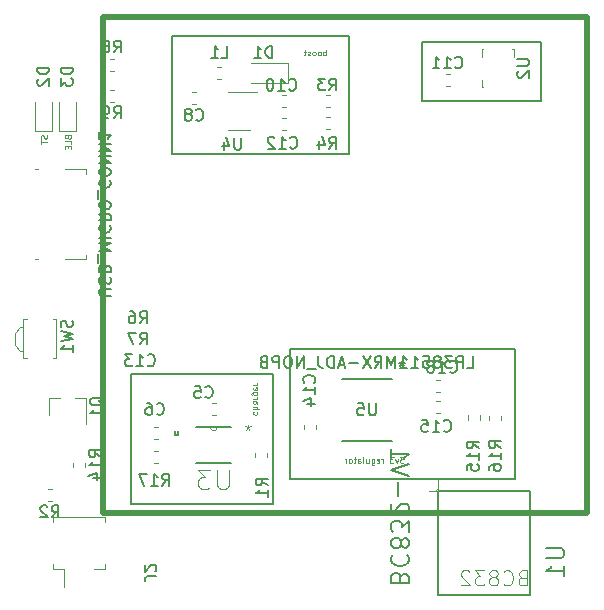
<source format=gbr>
G04 #@! TF.GenerationSoftware,KiCad,Pcbnew,5.0.2-bee76a0~70~ubuntu18.04.1*
G04 #@! TF.CreationDate,2020-07-09T21:56:47-07:00*
G04 #@! TF.ProjectId,light_thing_hw,6c696768-745f-4746-9869-6e675f68772e,rev?*
G04 #@! TF.SameCoordinates,Original*
G04 #@! TF.FileFunction,Legend,Bot*
G04 #@! TF.FilePolarity,Positive*
%FSLAX46Y46*%
G04 Gerber Fmt 4.6, Leading zero omitted, Abs format (unit mm)*
G04 Created by KiCad (PCBNEW 5.0.2-bee76a0~70~ubuntu18.04.1) date Thu 09 Jul 2020 09:56:47 PM PDT*
%MOMM*%
%LPD*%
G01*
G04 APERTURE LIST*
%ADD10C,0.100000*%
%ADD11C,0.200000*%
%ADD12C,0.125000*%
%ADD13C,0.500000*%
%ADD14C,0.120000*%
%ADD15C,0.127000*%
%ADD16C,0.152400*%
%ADD17C,0.150000*%
%ADD18C,0.101600*%
%ADD19C,0.015000*%
G04 APERTURE END LIST*
D10*
X126789023Y-90394488D02*
X126765213Y-90442107D01*
X126765213Y-90537345D01*
X126789023Y-90584964D01*
X126812832Y-90608774D01*
X126860451Y-90632583D01*
X127003308Y-90632583D01*
X127050927Y-90608774D01*
X127074737Y-90584964D01*
X127098546Y-90537345D01*
X127098546Y-90442107D01*
X127074737Y-90394488D01*
X126765213Y-90180202D02*
X127265213Y-90180202D01*
X126765213Y-89965916D02*
X127027118Y-89965916D01*
X127074737Y-89989726D01*
X127098546Y-90037345D01*
X127098546Y-90108774D01*
X127074737Y-90156393D01*
X127050927Y-90180202D01*
X126765213Y-89513535D02*
X127027118Y-89513535D01*
X127074737Y-89537345D01*
X127098546Y-89584964D01*
X127098546Y-89680202D01*
X127074737Y-89727821D01*
X126789023Y-89513535D02*
X126765213Y-89561155D01*
X126765213Y-89680202D01*
X126789023Y-89727821D01*
X126836642Y-89751631D01*
X126884261Y-89751631D01*
X126931880Y-89727821D01*
X126955689Y-89680202D01*
X126955689Y-89561155D01*
X126979499Y-89513535D01*
X126765213Y-89275440D02*
X127098546Y-89275440D01*
X127003308Y-89275440D02*
X127050927Y-89251631D01*
X127074737Y-89227821D01*
X127098546Y-89180202D01*
X127098546Y-89132583D01*
X127098546Y-88751631D02*
X126693784Y-88751631D01*
X126646165Y-88775440D01*
X126622356Y-88799250D01*
X126598546Y-88846869D01*
X126598546Y-88918297D01*
X126622356Y-88965916D01*
X126789023Y-88751631D02*
X126765213Y-88799250D01*
X126765213Y-88894488D01*
X126789023Y-88942107D01*
X126812832Y-88965916D01*
X126860451Y-88989726D01*
X127003308Y-88989726D01*
X127050927Y-88965916D01*
X127074737Y-88942107D01*
X127098546Y-88894488D01*
X127098546Y-88799250D01*
X127074737Y-88751631D01*
X126789023Y-88323059D02*
X126765213Y-88370678D01*
X126765213Y-88465916D01*
X126789023Y-88513535D01*
X126836642Y-88537345D01*
X127027118Y-88537345D01*
X127074737Y-88513535D01*
X127098546Y-88465916D01*
X127098546Y-88370678D01*
X127074737Y-88323059D01*
X127027118Y-88299250D01*
X126979499Y-88299250D01*
X126931880Y-88537345D01*
X126765213Y-88084964D02*
X127098546Y-88084964D01*
X127003308Y-88084964D02*
X127050927Y-88061155D01*
X127074737Y-88037345D01*
X127098546Y-87989726D01*
X127098546Y-87942107D01*
X132904761Y-60226190D02*
X132904761Y-59726190D01*
X132904761Y-59916666D02*
X132857142Y-59892857D01*
X132761904Y-59892857D01*
X132714285Y-59916666D01*
X132690476Y-59940476D01*
X132666666Y-59988095D01*
X132666666Y-60130952D01*
X132690476Y-60178571D01*
X132714285Y-60202380D01*
X132761904Y-60226190D01*
X132857142Y-60226190D01*
X132904761Y-60202380D01*
X132380952Y-60226190D02*
X132428571Y-60202380D01*
X132452380Y-60178571D01*
X132476190Y-60130952D01*
X132476190Y-59988095D01*
X132452380Y-59940476D01*
X132428571Y-59916666D01*
X132380952Y-59892857D01*
X132309523Y-59892857D01*
X132261904Y-59916666D01*
X132238095Y-59940476D01*
X132214285Y-59988095D01*
X132214285Y-60130952D01*
X132238095Y-60178571D01*
X132261904Y-60202380D01*
X132309523Y-60226190D01*
X132380952Y-60226190D01*
X131928571Y-60226190D02*
X131976190Y-60202380D01*
X132000000Y-60178571D01*
X132023809Y-60130952D01*
X132023809Y-59988095D01*
X132000000Y-59940476D01*
X131976190Y-59916666D01*
X131928571Y-59892857D01*
X131857142Y-59892857D01*
X131809523Y-59916666D01*
X131785714Y-59940476D01*
X131761904Y-59988095D01*
X131761904Y-60130952D01*
X131785714Y-60178571D01*
X131809523Y-60202380D01*
X131857142Y-60226190D01*
X131928571Y-60226190D01*
X131571428Y-60202380D02*
X131523809Y-60226190D01*
X131428571Y-60226190D01*
X131380952Y-60202380D01*
X131357142Y-60154761D01*
X131357142Y-60130952D01*
X131380952Y-60083333D01*
X131428571Y-60059523D01*
X131500000Y-60059523D01*
X131547619Y-60035714D01*
X131571428Y-59988095D01*
X131571428Y-59964285D01*
X131547619Y-59916666D01*
X131500000Y-59892857D01*
X131428571Y-59892857D01*
X131380952Y-59916666D01*
X131214285Y-59892857D02*
X131023809Y-59892857D01*
X131142857Y-59726190D02*
X131142857Y-60154761D01*
X131119047Y-60202380D01*
X131071428Y-60226190D01*
X131023809Y-60226190D01*
X139488095Y-94226190D02*
X139178571Y-94226190D01*
X139345238Y-94416666D01*
X139273809Y-94416666D01*
X139226190Y-94440476D01*
X139202380Y-94464285D01*
X139178571Y-94511904D01*
X139178571Y-94630952D01*
X139202380Y-94678571D01*
X139226190Y-94702380D01*
X139273809Y-94726190D01*
X139416666Y-94726190D01*
X139464285Y-94702380D01*
X139488095Y-94678571D01*
X139011904Y-94392857D02*
X138892857Y-94726190D01*
X138773809Y-94392857D01*
X138630952Y-94226190D02*
X138321428Y-94226190D01*
X138488095Y-94416666D01*
X138416666Y-94416666D01*
X138369047Y-94440476D01*
X138345238Y-94464285D01*
X138321428Y-94511904D01*
X138321428Y-94630952D01*
X138345238Y-94678571D01*
X138369047Y-94702380D01*
X138416666Y-94726190D01*
X138559523Y-94726190D01*
X138607142Y-94702380D01*
X138630952Y-94678571D01*
X137726190Y-94726190D02*
X137726190Y-94392857D01*
X137726190Y-94488095D02*
X137702380Y-94440476D01*
X137678571Y-94416666D01*
X137630952Y-94392857D01*
X137583333Y-94392857D01*
X137226190Y-94702380D02*
X137273809Y-94726190D01*
X137369047Y-94726190D01*
X137416666Y-94702380D01*
X137440476Y-94654761D01*
X137440476Y-94464285D01*
X137416666Y-94416666D01*
X137369047Y-94392857D01*
X137273809Y-94392857D01*
X137226190Y-94416666D01*
X137202380Y-94464285D01*
X137202380Y-94511904D01*
X137440476Y-94559523D01*
X136773809Y-94392857D02*
X136773809Y-94797619D01*
X136797619Y-94845238D01*
X136821428Y-94869047D01*
X136869047Y-94892857D01*
X136940476Y-94892857D01*
X136988095Y-94869047D01*
X136773809Y-94702380D02*
X136821428Y-94726190D01*
X136916666Y-94726190D01*
X136964285Y-94702380D01*
X136988095Y-94678571D01*
X137011904Y-94630952D01*
X137011904Y-94488095D01*
X136988095Y-94440476D01*
X136964285Y-94416666D01*
X136916666Y-94392857D01*
X136821428Y-94392857D01*
X136773809Y-94416666D01*
X136321428Y-94392857D02*
X136321428Y-94726190D01*
X136535714Y-94392857D02*
X136535714Y-94654761D01*
X136511904Y-94702380D01*
X136464285Y-94726190D01*
X136392857Y-94726190D01*
X136345238Y-94702380D01*
X136321428Y-94678571D01*
X136011904Y-94726190D02*
X136059523Y-94702380D01*
X136083333Y-94654761D01*
X136083333Y-94226190D01*
X135607142Y-94726190D02*
X135607142Y-94464285D01*
X135630952Y-94416666D01*
X135678571Y-94392857D01*
X135773809Y-94392857D01*
X135821428Y-94416666D01*
X135607142Y-94702380D02*
X135654761Y-94726190D01*
X135773809Y-94726190D01*
X135821428Y-94702380D01*
X135845238Y-94654761D01*
X135845238Y-94607142D01*
X135821428Y-94559523D01*
X135773809Y-94535714D01*
X135654761Y-94535714D01*
X135607142Y-94511904D01*
X135440476Y-94392857D02*
X135250000Y-94392857D01*
X135369047Y-94226190D02*
X135369047Y-94654761D01*
X135345238Y-94702380D01*
X135297619Y-94726190D01*
X135250000Y-94726190D01*
X135011904Y-94726190D02*
X135059523Y-94702380D01*
X135083333Y-94678571D01*
X135107142Y-94630952D01*
X135107142Y-94488095D01*
X135083333Y-94440476D01*
X135059523Y-94416666D01*
X135011904Y-94392857D01*
X134940476Y-94392857D01*
X134892857Y-94416666D01*
X134869047Y-94440476D01*
X134845238Y-94488095D01*
X134845238Y-94630952D01*
X134869047Y-94678571D01*
X134892857Y-94702380D01*
X134940476Y-94726190D01*
X135011904Y-94726190D01*
X134630952Y-94726190D02*
X134630952Y-94392857D01*
X134630952Y-94488095D02*
X134607142Y-94440476D01*
X134583333Y-94416666D01*
X134535714Y-94392857D01*
X134488095Y-94392857D01*
D11*
X119880000Y-58580000D02*
X134880000Y-58580000D01*
X119880000Y-68580000D02*
X119880000Y-58580000D01*
X134880000Y-68580000D02*
X119880000Y-68580000D01*
X134880000Y-58580000D02*
X134880000Y-68580000D01*
X141080000Y-59120000D02*
X141080000Y-64120000D01*
X151080000Y-59120000D02*
X141080000Y-59120000D01*
X151080000Y-64120000D02*
X151080000Y-59120000D01*
X141080000Y-64120000D02*
X151080000Y-64120000D01*
X129880000Y-85080000D02*
X148880000Y-85080000D01*
X129880000Y-96080000D02*
X129880000Y-85080000D01*
X148880000Y-96080000D02*
X129880000Y-96080000D01*
X148880000Y-85080000D02*
X148880000Y-96080000D01*
X116411404Y-98191155D02*
X128411404Y-98191155D01*
X116411404Y-87191155D02*
X116411404Y-98191155D01*
X128411404Y-87191155D02*
X116411404Y-87191155D01*
X128411404Y-98191155D02*
X128411404Y-87191155D01*
D12*
X111054285Y-67157142D02*
X111078095Y-67228571D01*
X111101904Y-67252380D01*
X111149523Y-67276190D01*
X111220952Y-67276190D01*
X111268571Y-67252380D01*
X111292380Y-67228571D01*
X111316190Y-67180952D01*
X111316190Y-66990476D01*
X110816190Y-66990476D01*
X110816190Y-67157142D01*
X110840000Y-67204761D01*
X110863809Y-67228571D01*
X110911428Y-67252380D01*
X110959047Y-67252380D01*
X111006666Y-67228571D01*
X111030476Y-67204761D01*
X111054285Y-67157142D01*
X111054285Y-66990476D01*
X111316190Y-67728571D02*
X111316190Y-67490476D01*
X110816190Y-67490476D01*
X111054285Y-67895238D02*
X111054285Y-68061904D01*
X111316190Y-68133333D02*
X111316190Y-67895238D01*
X110816190Y-67895238D01*
X110816190Y-68133333D01*
X109252380Y-66986666D02*
X109276190Y-67058095D01*
X109276190Y-67177142D01*
X109252380Y-67224761D01*
X109228571Y-67248571D01*
X109180952Y-67272380D01*
X109133333Y-67272380D01*
X109085714Y-67248571D01*
X109061904Y-67224761D01*
X109038095Y-67177142D01*
X109014285Y-67081904D01*
X108990476Y-67034285D01*
X108966666Y-67010476D01*
X108919047Y-66986666D01*
X108871428Y-66986666D01*
X108823809Y-67010476D01*
X108800000Y-67034285D01*
X108776190Y-67081904D01*
X108776190Y-67200952D01*
X108800000Y-67272380D01*
X108776190Y-67415238D02*
X108776190Y-67700952D01*
X109276190Y-67558095D02*
X108776190Y-67558095D01*
D13*
X114000000Y-57000000D02*
X114000000Y-99000000D01*
X155000000Y-57000000D02*
X114000000Y-57000000D01*
X155000000Y-99000000D02*
X155000000Y-57000000D01*
X114000000Y-99000000D02*
X155000000Y-99000000D01*
D14*
G04 #@! TO.C,C5*
X123582671Y-89681155D02*
X123240137Y-89681155D01*
X123582671Y-90701155D02*
X123240137Y-90701155D01*
G04 #@! TO.C,C6*
X118365137Y-92701155D02*
X118707671Y-92701155D01*
X118365137Y-91681155D02*
X118707671Y-91681155D01*
G04 #@! TO.C,C8*
X121573733Y-64370000D02*
X121916267Y-64370000D01*
X121573733Y-63350000D02*
X121916267Y-63350000D01*
G04 #@! TO.C,C10*
X129526267Y-64600000D02*
X129183733Y-64600000D01*
X129526267Y-63580000D02*
X129183733Y-63580000D01*
G04 #@! TO.C,C11*
X143376267Y-61789396D02*
X143033733Y-61789396D01*
X143376267Y-62809396D02*
X143033733Y-62809396D01*
G04 #@! TO.C,C12*
X129526267Y-65490000D02*
X129183733Y-65490000D01*
X129526267Y-66510000D02*
X129183733Y-66510000D01*
G04 #@! TO.C,C13*
X113773733Y-85490000D02*
X114116267Y-85490000D01*
X113773733Y-86510000D02*
X114116267Y-86510000D01*
G04 #@! TO.C,C14*
X131030000Y-91513733D02*
X131030000Y-91856267D01*
X132050000Y-91513733D02*
X132050000Y-91856267D01*
G04 #@! TO.C,C15*
X142536267Y-90460000D02*
X142193733Y-90460000D01*
X142536267Y-89440000D02*
X142193733Y-89440000D01*
G04 #@! TO.C,C18*
X142541267Y-87720000D02*
X142198733Y-87720000D01*
X142541267Y-88740000D02*
X142198733Y-88740000D01*
G04 #@! TO.C,D1*
X129710000Y-60870000D02*
X126560000Y-60870000D01*
X129710000Y-62570000D02*
X126560000Y-62570000D01*
X129710000Y-60870000D02*
X129710000Y-62570000D01*
G04 #@! TO.C,D2*
X109735000Y-64200000D02*
X109735000Y-66660000D01*
X109735000Y-66660000D02*
X108265000Y-66660000D01*
X108265000Y-66660000D02*
X108265000Y-64200000D01*
G04 #@! TO.C,D3*
X110265000Y-66660000D02*
X110265000Y-64200000D01*
X111735000Y-66660000D02*
X110265000Y-66660000D01*
X111735000Y-64200000D02*
X111735000Y-66660000D01*
G04 #@! TO.C,J2*
X109765000Y-103260000D02*
X109765000Y-103710000D01*
X109765000Y-103710000D02*
X110715000Y-103710000D01*
X110715000Y-103710000D02*
X110715000Y-105200000D01*
X114235000Y-103260000D02*
X114235000Y-103710000D01*
X114235000Y-103710000D02*
X113285000Y-103710000D01*
X109765000Y-99740000D02*
X109765000Y-99290000D01*
X109765000Y-99290000D02*
X114235000Y-99290000D01*
X114235000Y-99290000D02*
X114235000Y-99740000D01*
G04 #@! TO.C,L1*
X123688733Y-61220000D02*
X124031267Y-61220000D01*
X123688733Y-62240000D02*
X124031267Y-62240000D01*
G04 #@! TO.C,Q1*
X109420000Y-89240000D02*
X110350000Y-89240000D01*
X112580000Y-89240000D02*
X111650000Y-89240000D01*
X112580000Y-89240000D02*
X112580000Y-91400000D01*
X109420000Y-89240000D02*
X109420000Y-90700000D01*
G04 #@! TO.C,R1*
X126901404Y-93894888D02*
X126901404Y-94237422D01*
X127921404Y-93894888D02*
X127921404Y-94237422D01*
G04 #@! TO.C,R2*
X109348733Y-97950000D02*
X109691267Y-97950000D01*
X109348733Y-96930000D02*
X109691267Y-96930000D01*
G04 #@! TO.C,R3*
X133221267Y-64600000D02*
X132878733Y-64600000D01*
X133221267Y-63580000D02*
X132878733Y-63580000D01*
G04 #@! TO.C,R4*
X132883733Y-65470000D02*
X133226267Y-65470000D01*
X132883733Y-66490000D02*
X133226267Y-66490000D01*
G04 #@! TO.C,R6*
X114116267Y-82840000D02*
X113773733Y-82840000D01*
X114116267Y-81820000D02*
X113773733Y-81820000D01*
G04 #@! TO.C,R7*
X113773733Y-84650000D02*
X114116267Y-84650000D01*
X113773733Y-83630000D02*
X114116267Y-83630000D01*
G04 #@! TO.C,R8*
X114613733Y-61510000D02*
X114956267Y-61510000D01*
X114613733Y-60490000D02*
X114956267Y-60490000D01*
G04 #@! TO.C,R9*
X114608733Y-63140000D02*
X114951267Y-63140000D01*
X114608733Y-64160000D02*
X114951267Y-64160000D01*
G04 #@! TO.C,R14*
X111450000Y-95041267D02*
X111450000Y-94698733D01*
X112470000Y-95041267D02*
X112470000Y-94698733D01*
G04 #@! TO.C,R15*
X144910000Y-90703733D02*
X144910000Y-91046267D01*
X145930000Y-90703733D02*
X145930000Y-91046267D01*
G04 #@! TO.C,R16*
X146710000Y-91056267D02*
X146710000Y-90713733D01*
X147730000Y-91056267D02*
X147730000Y-90713733D01*
G04 #@! TO.C,R17*
X118365137Y-93681155D02*
X118707671Y-93681155D01*
X118365137Y-94701155D02*
X118707671Y-94701155D01*
G04 #@! TO.C,SW1*
X106590000Y-83710000D02*
X106970000Y-83210000D01*
X106970000Y-83210000D02*
X107290000Y-83210000D01*
X106590000Y-83710000D02*
X106590000Y-84710000D01*
X106590000Y-84710000D02*
X106970000Y-85210000D01*
X106970000Y-85210000D02*
X107290000Y-85210000D01*
X110090000Y-82560000D02*
X110090000Y-85860000D01*
X109790000Y-82560000D02*
X110090000Y-82560000D01*
X110090000Y-85860000D02*
X109790000Y-85860000D01*
X107590000Y-82560000D02*
X107290000Y-82560000D01*
X107290000Y-82560000D02*
X107290000Y-85860000D01*
X107290000Y-85860000D02*
X107590000Y-85860000D01*
D10*
G04 #@! TO.C,U1*
X141602500Y-97081540D02*
X142400060Y-97081540D01*
X142400060Y-96169680D02*
X142400060Y-96931680D01*
X142400060Y-96931680D02*
X142400060Y-97081540D01*
X142394980Y-97084080D02*
X142394980Y-97602240D01*
X142400060Y-97335540D02*
X142400060Y-97231400D01*
X142400060Y-97231400D02*
X142400060Y-97081540D01*
D15*
X142400060Y-105880100D02*
X150197860Y-105880100D01*
X150197860Y-105880100D02*
X150197860Y-97081540D01*
X150197860Y-97081540D02*
X142499120Y-97081540D01*
X142499120Y-97081540D02*
X142400060Y-97081540D01*
X142400060Y-105880100D02*
X142400060Y-97180600D01*
X142400060Y-97180600D02*
X142499120Y-97081540D01*
D10*
X142400060Y-96931680D02*
G75*
G02X142400060Y-97231400I0J-149860D01*
G01*
X142400060Y-97231400D02*
G75*
G02X142400060Y-96931680I0J149860D01*
G01*
D16*
G04 #@! TO.C,U3*
X120363404Y-92378355D02*
X120363404Y-91997355D01*
X120109404Y-92378355D02*
X120363404Y-92378355D01*
X120109404Y-91997355D02*
X120109404Y-92378355D01*
D10*
X123106604Y-91692555D02*
G75*
G03X123716204Y-91692555I304800J0D01*
G01*
D16*
X123716204Y-91692555D02*
X124910004Y-91692555D01*
X123106604Y-91692555D02*
X123716204Y-91692555D01*
X121912804Y-91692555D02*
X123106604Y-91692555D01*
X124910004Y-94689755D02*
X121912804Y-94689755D01*
D14*
G04 #@! TO.C,U4*
X124640000Y-63320000D02*
X127090000Y-63320000D01*
X126440000Y-66540000D02*
X124640000Y-66540000D01*
D16*
G04 #@! TO.C,U5*
X134249100Y-87613800D02*
X138490900Y-87613800D01*
X138490900Y-92846200D02*
X134249100Y-92846200D01*
D14*
G04 #@! TO.C,USB_MICRO_CONN1*
X112570000Y-69850000D02*
X112570000Y-70230000D01*
X108520000Y-69850000D02*
X108260000Y-69850000D01*
X112570000Y-69850000D02*
X110800000Y-69850000D01*
X112570000Y-77470000D02*
X112570000Y-77090000D01*
X110800000Y-77470000D02*
X112570000Y-77470000D01*
X108260000Y-77470000D02*
X108520000Y-77470000D01*
G04 #@! TO.C,U2*
X146090000Y-59690000D02*
X146240000Y-59690000D01*
X146090000Y-60340000D02*
X146090000Y-59690000D01*
X146090000Y-62910000D02*
X146240000Y-62910000D01*
X146090000Y-62260000D02*
X146090000Y-62910000D01*
X148810000Y-59690000D02*
X148660000Y-59690000D01*
X148810000Y-60340000D02*
X148810000Y-59690000D01*
G04 #@! TO.C,C5*
D17*
X122703070Y-89118297D02*
X122750689Y-89165916D01*
X122893546Y-89213535D01*
X122988784Y-89213535D01*
X123131642Y-89165916D01*
X123226880Y-89070678D01*
X123274499Y-88975440D01*
X123322118Y-88784964D01*
X123322118Y-88642107D01*
X123274499Y-88451631D01*
X123226880Y-88356393D01*
X123131642Y-88261155D01*
X122988784Y-88213535D01*
X122893546Y-88213535D01*
X122750689Y-88261155D01*
X122703070Y-88308774D01*
X121798308Y-88213535D02*
X122274499Y-88213535D01*
X122322118Y-88689726D01*
X122274499Y-88642107D01*
X122179261Y-88594488D01*
X121941165Y-88594488D01*
X121845927Y-88642107D01*
X121798308Y-88689726D01*
X121750689Y-88784964D01*
X121750689Y-89023059D01*
X121798308Y-89118297D01*
X121845927Y-89165916D01*
X121941165Y-89213535D01*
X122179261Y-89213535D01*
X122274499Y-89165916D01*
X122322118Y-89118297D01*
G04 #@! TO.C,C6*
X118578070Y-90548297D02*
X118625689Y-90595916D01*
X118768546Y-90643535D01*
X118863784Y-90643535D01*
X119006642Y-90595916D01*
X119101880Y-90500678D01*
X119149499Y-90405440D01*
X119197118Y-90214964D01*
X119197118Y-90072107D01*
X119149499Y-89881631D01*
X119101880Y-89786393D01*
X119006642Y-89691155D01*
X118863784Y-89643535D01*
X118768546Y-89643535D01*
X118625689Y-89691155D01*
X118578070Y-89738774D01*
X117720927Y-89643535D02*
X117911404Y-89643535D01*
X118006642Y-89691155D01*
X118054261Y-89738774D01*
X118149499Y-89881631D01*
X118197118Y-90072107D01*
X118197118Y-90453059D01*
X118149499Y-90548297D01*
X118101880Y-90595916D01*
X118006642Y-90643535D01*
X117816165Y-90643535D01*
X117720927Y-90595916D01*
X117673308Y-90548297D01*
X117625689Y-90453059D01*
X117625689Y-90214964D01*
X117673308Y-90119726D01*
X117720927Y-90072107D01*
X117816165Y-90024488D01*
X118006642Y-90024488D01*
X118101880Y-90072107D01*
X118149499Y-90119726D01*
X118197118Y-90214964D01*
G04 #@! TO.C,C8*
X121911666Y-65647142D02*
X121959285Y-65694761D01*
X122102142Y-65742380D01*
X122197380Y-65742380D01*
X122340238Y-65694761D01*
X122435476Y-65599523D01*
X122483095Y-65504285D01*
X122530714Y-65313809D01*
X122530714Y-65170952D01*
X122483095Y-64980476D01*
X122435476Y-64885238D01*
X122340238Y-64790000D01*
X122197380Y-64742380D01*
X122102142Y-64742380D01*
X121959285Y-64790000D01*
X121911666Y-64837619D01*
X121340238Y-65170952D02*
X121435476Y-65123333D01*
X121483095Y-65075714D01*
X121530714Y-64980476D01*
X121530714Y-64932857D01*
X121483095Y-64837619D01*
X121435476Y-64790000D01*
X121340238Y-64742380D01*
X121149761Y-64742380D01*
X121054523Y-64790000D01*
X121006904Y-64837619D01*
X120959285Y-64932857D01*
X120959285Y-64980476D01*
X121006904Y-65075714D01*
X121054523Y-65123333D01*
X121149761Y-65170952D01*
X121340238Y-65170952D01*
X121435476Y-65218571D01*
X121483095Y-65266190D01*
X121530714Y-65361428D01*
X121530714Y-65551904D01*
X121483095Y-65647142D01*
X121435476Y-65694761D01*
X121340238Y-65742380D01*
X121149761Y-65742380D01*
X121054523Y-65694761D01*
X121006904Y-65647142D01*
X120959285Y-65551904D01*
X120959285Y-65361428D01*
X121006904Y-65266190D01*
X121054523Y-65218571D01*
X121149761Y-65170952D01*
G04 #@! TO.C,C10*
X129792857Y-63097142D02*
X129840476Y-63144761D01*
X129983333Y-63192380D01*
X130078571Y-63192380D01*
X130221428Y-63144761D01*
X130316666Y-63049523D01*
X130364285Y-62954285D01*
X130411904Y-62763809D01*
X130411904Y-62620952D01*
X130364285Y-62430476D01*
X130316666Y-62335238D01*
X130221428Y-62240000D01*
X130078571Y-62192380D01*
X129983333Y-62192380D01*
X129840476Y-62240000D01*
X129792857Y-62287619D01*
X128840476Y-63192380D02*
X129411904Y-63192380D01*
X129126190Y-63192380D02*
X129126190Y-62192380D01*
X129221428Y-62335238D01*
X129316666Y-62430476D01*
X129411904Y-62478095D01*
X128221428Y-62192380D02*
X128126190Y-62192380D01*
X128030952Y-62240000D01*
X127983333Y-62287619D01*
X127935714Y-62382857D01*
X127888095Y-62573333D01*
X127888095Y-62811428D01*
X127935714Y-63001904D01*
X127983333Y-63097142D01*
X128030952Y-63144761D01*
X128126190Y-63192380D01*
X128221428Y-63192380D01*
X128316666Y-63144761D01*
X128364285Y-63097142D01*
X128411904Y-63001904D01*
X128459523Y-62811428D01*
X128459523Y-62573333D01*
X128411904Y-62382857D01*
X128364285Y-62287619D01*
X128316666Y-62240000D01*
X128221428Y-62192380D01*
G04 #@! TO.C,C11*
X143847857Y-61226538D02*
X143895476Y-61274157D01*
X144038333Y-61321776D01*
X144133571Y-61321776D01*
X144276428Y-61274157D01*
X144371666Y-61178919D01*
X144419285Y-61083681D01*
X144466904Y-60893205D01*
X144466904Y-60750348D01*
X144419285Y-60559872D01*
X144371666Y-60464634D01*
X144276428Y-60369396D01*
X144133571Y-60321776D01*
X144038333Y-60321776D01*
X143895476Y-60369396D01*
X143847857Y-60417015D01*
X142895476Y-61321776D02*
X143466904Y-61321776D01*
X143181190Y-61321776D02*
X143181190Y-60321776D01*
X143276428Y-60464634D01*
X143371666Y-60559872D01*
X143466904Y-60607491D01*
X141943095Y-61321776D02*
X142514523Y-61321776D01*
X142228809Y-61321776D02*
X142228809Y-60321776D01*
X142324047Y-60464634D01*
X142419285Y-60559872D01*
X142514523Y-60607491D01*
G04 #@! TO.C,C12*
X129872857Y-68007142D02*
X129920476Y-68054761D01*
X130063333Y-68102380D01*
X130158571Y-68102380D01*
X130301428Y-68054761D01*
X130396666Y-67959523D01*
X130444285Y-67864285D01*
X130491904Y-67673809D01*
X130491904Y-67530952D01*
X130444285Y-67340476D01*
X130396666Y-67245238D01*
X130301428Y-67150000D01*
X130158571Y-67102380D01*
X130063333Y-67102380D01*
X129920476Y-67150000D01*
X129872857Y-67197619D01*
X128920476Y-68102380D02*
X129491904Y-68102380D01*
X129206190Y-68102380D02*
X129206190Y-67102380D01*
X129301428Y-67245238D01*
X129396666Y-67340476D01*
X129491904Y-67388095D01*
X128539523Y-67197619D02*
X128491904Y-67150000D01*
X128396666Y-67102380D01*
X128158571Y-67102380D01*
X128063333Y-67150000D01*
X128015714Y-67197619D01*
X127968095Y-67292857D01*
X127968095Y-67388095D01*
X128015714Y-67530952D01*
X128587142Y-68102380D01*
X127968095Y-68102380D01*
G04 #@! TO.C,C13*
X117802857Y-86427142D02*
X117850476Y-86474761D01*
X117993333Y-86522380D01*
X118088571Y-86522380D01*
X118231428Y-86474761D01*
X118326666Y-86379523D01*
X118374285Y-86284285D01*
X118421904Y-86093809D01*
X118421904Y-85950952D01*
X118374285Y-85760476D01*
X118326666Y-85665238D01*
X118231428Y-85570000D01*
X118088571Y-85522380D01*
X117993333Y-85522380D01*
X117850476Y-85570000D01*
X117802857Y-85617619D01*
X116850476Y-86522380D02*
X117421904Y-86522380D01*
X117136190Y-86522380D02*
X117136190Y-85522380D01*
X117231428Y-85665238D01*
X117326666Y-85760476D01*
X117421904Y-85808095D01*
X116517142Y-85522380D02*
X115898095Y-85522380D01*
X116231428Y-85903333D01*
X116088571Y-85903333D01*
X115993333Y-85950952D01*
X115945714Y-85998571D01*
X115898095Y-86093809D01*
X115898095Y-86331904D01*
X115945714Y-86427142D01*
X115993333Y-86474761D01*
X116088571Y-86522380D01*
X116374285Y-86522380D01*
X116469523Y-86474761D01*
X116517142Y-86427142D01*
G04 #@! TO.C,C14*
X131897142Y-87917142D02*
X131944761Y-87869523D01*
X131992380Y-87726666D01*
X131992380Y-87631428D01*
X131944761Y-87488571D01*
X131849523Y-87393333D01*
X131754285Y-87345714D01*
X131563809Y-87298095D01*
X131420952Y-87298095D01*
X131230476Y-87345714D01*
X131135238Y-87393333D01*
X131040000Y-87488571D01*
X130992380Y-87631428D01*
X130992380Y-87726666D01*
X131040000Y-87869523D01*
X131087619Y-87917142D01*
X131992380Y-88869523D02*
X131992380Y-88298095D01*
X131992380Y-88583809D02*
X130992380Y-88583809D01*
X131135238Y-88488571D01*
X131230476Y-88393333D01*
X131278095Y-88298095D01*
X131325714Y-89726666D02*
X131992380Y-89726666D01*
X130944761Y-89488571D02*
X131659047Y-89250476D01*
X131659047Y-89869523D01*
G04 #@! TO.C,C15*
X142882857Y-91977142D02*
X142930476Y-92024761D01*
X143073333Y-92072380D01*
X143168571Y-92072380D01*
X143311428Y-92024761D01*
X143406666Y-91929523D01*
X143454285Y-91834285D01*
X143501904Y-91643809D01*
X143501904Y-91500952D01*
X143454285Y-91310476D01*
X143406666Y-91215238D01*
X143311428Y-91120000D01*
X143168571Y-91072380D01*
X143073333Y-91072380D01*
X142930476Y-91120000D01*
X142882857Y-91167619D01*
X141930476Y-92072380D02*
X142501904Y-92072380D01*
X142216190Y-92072380D02*
X142216190Y-91072380D01*
X142311428Y-91215238D01*
X142406666Y-91310476D01*
X142501904Y-91358095D01*
X141025714Y-91072380D02*
X141501904Y-91072380D01*
X141549523Y-91548571D01*
X141501904Y-91500952D01*
X141406666Y-91453333D01*
X141168571Y-91453333D01*
X141073333Y-91500952D01*
X141025714Y-91548571D01*
X140978095Y-91643809D01*
X140978095Y-91881904D01*
X141025714Y-91977142D01*
X141073333Y-92024761D01*
X141168571Y-92072380D01*
X141406666Y-92072380D01*
X141501904Y-92024761D01*
X141549523Y-91977142D01*
G04 #@! TO.C,C18*
X143392857Y-86987142D02*
X143440476Y-87034761D01*
X143583333Y-87082380D01*
X143678571Y-87082380D01*
X143821428Y-87034761D01*
X143916666Y-86939523D01*
X143964285Y-86844285D01*
X144011904Y-86653809D01*
X144011904Y-86510952D01*
X143964285Y-86320476D01*
X143916666Y-86225238D01*
X143821428Y-86130000D01*
X143678571Y-86082380D01*
X143583333Y-86082380D01*
X143440476Y-86130000D01*
X143392857Y-86177619D01*
X142440476Y-87082380D02*
X143011904Y-87082380D01*
X142726190Y-87082380D02*
X142726190Y-86082380D01*
X142821428Y-86225238D01*
X142916666Y-86320476D01*
X143011904Y-86368095D01*
X141869047Y-86510952D02*
X141964285Y-86463333D01*
X142011904Y-86415714D01*
X142059523Y-86320476D01*
X142059523Y-86272857D01*
X142011904Y-86177619D01*
X141964285Y-86130000D01*
X141869047Y-86082380D01*
X141678571Y-86082380D01*
X141583333Y-86130000D01*
X141535714Y-86177619D01*
X141488095Y-86272857D01*
X141488095Y-86320476D01*
X141535714Y-86415714D01*
X141583333Y-86463333D01*
X141678571Y-86510952D01*
X141869047Y-86510952D01*
X141964285Y-86558571D01*
X142011904Y-86606190D01*
X142059523Y-86701428D01*
X142059523Y-86891904D01*
X142011904Y-86987142D01*
X141964285Y-87034761D01*
X141869047Y-87082380D01*
X141678571Y-87082380D01*
X141583333Y-87034761D01*
X141535714Y-86987142D01*
X141488095Y-86891904D01*
X141488095Y-86701428D01*
X141535714Y-86606190D01*
X141583333Y-86558571D01*
X141678571Y-86510952D01*
G04 #@! TO.C,D1*
X128358095Y-60432380D02*
X128358095Y-59432380D01*
X128120000Y-59432380D01*
X127977142Y-59480000D01*
X127881904Y-59575238D01*
X127834285Y-59670476D01*
X127786666Y-59860952D01*
X127786666Y-60003809D01*
X127834285Y-60194285D01*
X127881904Y-60289523D01*
X127977142Y-60384761D01*
X128120000Y-60432380D01*
X128358095Y-60432380D01*
X126834285Y-60432380D02*
X127405714Y-60432380D01*
X127120000Y-60432380D02*
X127120000Y-59432380D01*
X127215238Y-59575238D01*
X127310476Y-59670476D01*
X127405714Y-59718095D01*
G04 #@! TO.C,D2*
X109452380Y-61261904D02*
X108452380Y-61261904D01*
X108452380Y-61500000D01*
X108500000Y-61642857D01*
X108595238Y-61738095D01*
X108690476Y-61785714D01*
X108880952Y-61833333D01*
X109023809Y-61833333D01*
X109214285Y-61785714D01*
X109309523Y-61738095D01*
X109404761Y-61642857D01*
X109452380Y-61500000D01*
X109452380Y-61261904D01*
X108547619Y-62214285D02*
X108500000Y-62261904D01*
X108452380Y-62357142D01*
X108452380Y-62595238D01*
X108500000Y-62690476D01*
X108547619Y-62738095D01*
X108642857Y-62785714D01*
X108738095Y-62785714D01*
X108880952Y-62738095D01*
X109452380Y-62166666D01*
X109452380Y-62785714D01*
G04 #@! TO.C,D3*
X111452380Y-61261904D02*
X110452380Y-61261904D01*
X110452380Y-61500000D01*
X110500000Y-61642857D01*
X110595238Y-61738095D01*
X110690476Y-61785714D01*
X110880952Y-61833333D01*
X111023809Y-61833333D01*
X111214285Y-61785714D01*
X111309523Y-61738095D01*
X111404761Y-61642857D01*
X111452380Y-61500000D01*
X111452380Y-61261904D01*
X110452380Y-62166666D02*
X110452380Y-62785714D01*
X110833333Y-62452380D01*
X110833333Y-62595238D01*
X110880952Y-62690476D01*
X110928571Y-62738095D01*
X111023809Y-62785714D01*
X111261904Y-62785714D01*
X111357142Y-62738095D01*
X111404761Y-62690476D01*
X111452380Y-62595238D01*
X111452380Y-62309523D01*
X111404761Y-62214285D01*
X111357142Y-62166666D01*
G04 #@! TO.C,J2*
X118547619Y-104333333D02*
X117833333Y-104333333D01*
X117690476Y-104380952D01*
X117595238Y-104476190D01*
X117547619Y-104619047D01*
X117547619Y-104714285D01*
X118452380Y-103904761D02*
X118500000Y-103857142D01*
X118547619Y-103761904D01*
X118547619Y-103523809D01*
X118500000Y-103428571D01*
X118452380Y-103380952D01*
X118357142Y-103333333D01*
X118261904Y-103333333D01*
X118119047Y-103380952D01*
X117547619Y-103952380D01*
X117547619Y-103333333D01*
G04 #@! TO.C,L1*
X124056666Y-60402380D02*
X124532857Y-60402380D01*
X124532857Y-59402380D01*
X123199523Y-60402380D02*
X123770952Y-60402380D01*
X123485238Y-60402380D02*
X123485238Y-59402380D01*
X123580476Y-59545238D01*
X123675714Y-59640476D01*
X123770952Y-59688095D01*
G04 #@! TO.C,Q1*
X114047619Y-89904761D02*
X114000000Y-89809523D01*
X113904761Y-89714285D01*
X113761904Y-89571428D01*
X113714285Y-89476190D01*
X113714285Y-89380952D01*
X113952380Y-89428571D02*
X113904761Y-89333333D01*
X113809523Y-89238095D01*
X113619047Y-89190476D01*
X113285714Y-89190476D01*
X113095238Y-89238095D01*
X113000000Y-89333333D01*
X112952380Y-89428571D01*
X112952380Y-89619047D01*
X113000000Y-89714285D01*
X113095238Y-89809523D01*
X113285714Y-89857142D01*
X113619047Y-89857142D01*
X113809523Y-89809523D01*
X113904761Y-89714285D01*
X113952380Y-89619047D01*
X113952380Y-89428571D01*
X113952380Y-90809523D02*
X113952380Y-90238095D01*
X113952380Y-90523809D02*
X112952380Y-90523809D01*
X113095238Y-90428571D01*
X113190476Y-90333333D01*
X113238095Y-90238095D01*
G04 #@! TO.C,R1*
X127963784Y-96629488D02*
X127487594Y-96296155D01*
X127963784Y-96058059D02*
X126963784Y-96058059D01*
X126963784Y-96439012D01*
X127011404Y-96534250D01*
X127059023Y-96581869D01*
X127154261Y-96629488D01*
X127297118Y-96629488D01*
X127392356Y-96581869D01*
X127439975Y-96534250D01*
X127487594Y-96439012D01*
X127487594Y-96058059D01*
X127963784Y-97581869D02*
X127963784Y-97010440D01*
X127963784Y-97296155D02*
X126963784Y-97296155D01*
X127106642Y-97200916D01*
X127201880Y-97105678D01*
X127249499Y-97010440D01*
G04 #@! TO.C,R2*
X109686666Y-99322380D02*
X110020000Y-98846190D01*
X110258095Y-99322380D02*
X110258095Y-98322380D01*
X109877142Y-98322380D01*
X109781904Y-98370000D01*
X109734285Y-98417619D01*
X109686666Y-98512857D01*
X109686666Y-98655714D01*
X109734285Y-98750952D01*
X109781904Y-98798571D01*
X109877142Y-98846190D01*
X110258095Y-98846190D01*
X109305714Y-98417619D02*
X109258095Y-98370000D01*
X109162857Y-98322380D01*
X108924761Y-98322380D01*
X108829523Y-98370000D01*
X108781904Y-98417619D01*
X108734285Y-98512857D01*
X108734285Y-98608095D01*
X108781904Y-98750952D01*
X109353333Y-99322380D01*
X108734285Y-99322380D01*
G04 #@! TO.C,R3*
X133186666Y-63182380D02*
X133520000Y-62706190D01*
X133758095Y-63182380D02*
X133758095Y-62182380D01*
X133377142Y-62182380D01*
X133281904Y-62230000D01*
X133234285Y-62277619D01*
X133186666Y-62372857D01*
X133186666Y-62515714D01*
X133234285Y-62610952D01*
X133281904Y-62658571D01*
X133377142Y-62706190D01*
X133758095Y-62706190D01*
X132853333Y-62182380D02*
X132234285Y-62182380D01*
X132567619Y-62563333D01*
X132424761Y-62563333D01*
X132329523Y-62610952D01*
X132281904Y-62658571D01*
X132234285Y-62753809D01*
X132234285Y-62991904D01*
X132281904Y-63087142D01*
X132329523Y-63134761D01*
X132424761Y-63182380D01*
X132710476Y-63182380D01*
X132805714Y-63134761D01*
X132853333Y-63087142D01*
G04 #@! TO.C,R4*
X133166666Y-68122380D02*
X133500000Y-67646190D01*
X133738095Y-68122380D02*
X133738095Y-67122380D01*
X133357142Y-67122380D01*
X133261904Y-67170000D01*
X133214285Y-67217619D01*
X133166666Y-67312857D01*
X133166666Y-67455714D01*
X133214285Y-67550952D01*
X133261904Y-67598571D01*
X133357142Y-67646190D01*
X133738095Y-67646190D01*
X132309523Y-67455714D02*
X132309523Y-68122380D01*
X132547619Y-67074761D02*
X132785714Y-67789047D01*
X132166666Y-67789047D01*
G04 #@! TO.C,R6*
X117156666Y-82892380D02*
X117490000Y-82416190D01*
X117728095Y-82892380D02*
X117728095Y-81892380D01*
X117347142Y-81892380D01*
X117251904Y-81940000D01*
X117204285Y-81987619D01*
X117156666Y-82082857D01*
X117156666Y-82225714D01*
X117204285Y-82320952D01*
X117251904Y-82368571D01*
X117347142Y-82416190D01*
X117728095Y-82416190D01*
X116299523Y-81892380D02*
X116490000Y-81892380D01*
X116585238Y-81940000D01*
X116632857Y-81987619D01*
X116728095Y-82130476D01*
X116775714Y-82320952D01*
X116775714Y-82701904D01*
X116728095Y-82797142D01*
X116680476Y-82844761D01*
X116585238Y-82892380D01*
X116394761Y-82892380D01*
X116299523Y-82844761D01*
X116251904Y-82797142D01*
X116204285Y-82701904D01*
X116204285Y-82463809D01*
X116251904Y-82368571D01*
X116299523Y-82320952D01*
X116394761Y-82273333D01*
X116585238Y-82273333D01*
X116680476Y-82320952D01*
X116728095Y-82368571D01*
X116775714Y-82463809D01*
G04 #@! TO.C,R7*
X117166666Y-84692380D02*
X117500000Y-84216190D01*
X117738095Y-84692380D02*
X117738095Y-83692380D01*
X117357142Y-83692380D01*
X117261904Y-83740000D01*
X117214285Y-83787619D01*
X117166666Y-83882857D01*
X117166666Y-84025714D01*
X117214285Y-84120952D01*
X117261904Y-84168571D01*
X117357142Y-84216190D01*
X117738095Y-84216190D01*
X116833333Y-83692380D02*
X116166666Y-83692380D01*
X116595238Y-84692380D01*
G04 #@! TO.C,R8*
X114951666Y-59972380D02*
X115285000Y-59496190D01*
X115523095Y-59972380D02*
X115523095Y-58972380D01*
X115142142Y-58972380D01*
X115046904Y-59020000D01*
X114999285Y-59067619D01*
X114951666Y-59162857D01*
X114951666Y-59305714D01*
X114999285Y-59400952D01*
X115046904Y-59448571D01*
X115142142Y-59496190D01*
X115523095Y-59496190D01*
X114380238Y-59400952D02*
X114475476Y-59353333D01*
X114523095Y-59305714D01*
X114570714Y-59210476D01*
X114570714Y-59162857D01*
X114523095Y-59067619D01*
X114475476Y-59020000D01*
X114380238Y-58972380D01*
X114189761Y-58972380D01*
X114094523Y-59020000D01*
X114046904Y-59067619D01*
X113999285Y-59162857D01*
X113999285Y-59210476D01*
X114046904Y-59305714D01*
X114094523Y-59353333D01*
X114189761Y-59400952D01*
X114380238Y-59400952D01*
X114475476Y-59448571D01*
X114523095Y-59496190D01*
X114570714Y-59591428D01*
X114570714Y-59781904D01*
X114523095Y-59877142D01*
X114475476Y-59924761D01*
X114380238Y-59972380D01*
X114189761Y-59972380D01*
X114094523Y-59924761D01*
X114046904Y-59877142D01*
X113999285Y-59781904D01*
X113999285Y-59591428D01*
X114046904Y-59496190D01*
X114094523Y-59448571D01*
X114189761Y-59400952D01*
G04 #@! TO.C,R9*
X114946666Y-65532380D02*
X115280000Y-65056190D01*
X115518095Y-65532380D02*
X115518095Y-64532380D01*
X115137142Y-64532380D01*
X115041904Y-64580000D01*
X114994285Y-64627619D01*
X114946666Y-64722857D01*
X114946666Y-64865714D01*
X114994285Y-64960952D01*
X115041904Y-65008571D01*
X115137142Y-65056190D01*
X115518095Y-65056190D01*
X114470476Y-65532380D02*
X114280000Y-65532380D01*
X114184761Y-65484761D01*
X114137142Y-65437142D01*
X114041904Y-65294285D01*
X113994285Y-65103809D01*
X113994285Y-64722857D01*
X114041904Y-64627619D01*
X114089523Y-64580000D01*
X114184761Y-64532380D01*
X114375238Y-64532380D01*
X114470476Y-64580000D01*
X114518095Y-64627619D01*
X114565714Y-64722857D01*
X114565714Y-64960952D01*
X114518095Y-65056190D01*
X114470476Y-65103809D01*
X114375238Y-65151428D01*
X114184761Y-65151428D01*
X114089523Y-65103809D01*
X114041904Y-65056190D01*
X113994285Y-64960952D01*
G04 #@! TO.C,R14*
X113842380Y-94227142D02*
X113366190Y-93893809D01*
X113842380Y-93655714D02*
X112842380Y-93655714D01*
X112842380Y-94036666D01*
X112890000Y-94131904D01*
X112937619Y-94179523D01*
X113032857Y-94227142D01*
X113175714Y-94227142D01*
X113270952Y-94179523D01*
X113318571Y-94131904D01*
X113366190Y-94036666D01*
X113366190Y-93655714D01*
X113842380Y-95179523D02*
X113842380Y-94608095D01*
X113842380Y-94893809D02*
X112842380Y-94893809D01*
X112985238Y-94798571D01*
X113080476Y-94703333D01*
X113128095Y-94608095D01*
X113175714Y-96036666D02*
X113842380Y-96036666D01*
X112794761Y-95798571D02*
X113509047Y-95560476D01*
X113509047Y-96179523D01*
G04 #@! TO.C,R15*
X145832380Y-93487142D02*
X145356190Y-93153809D01*
X145832380Y-92915714D02*
X144832380Y-92915714D01*
X144832380Y-93296666D01*
X144880000Y-93391904D01*
X144927619Y-93439523D01*
X145022857Y-93487142D01*
X145165714Y-93487142D01*
X145260952Y-93439523D01*
X145308571Y-93391904D01*
X145356190Y-93296666D01*
X145356190Y-92915714D01*
X145832380Y-94439523D02*
X145832380Y-93868095D01*
X145832380Y-94153809D02*
X144832380Y-94153809D01*
X144975238Y-94058571D01*
X145070476Y-93963333D01*
X145118095Y-93868095D01*
X144832380Y-95344285D02*
X144832380Y-94868095D01*
X145308571Y-94820476D01*
X145260952Y-94868095D01*
X145213333Y-94963333D01*
X145213333Y-95201428D01*
X145260952Y-95296666D01*
X145308571Y-95344285D01*
X145403809Y-95391904D01*
X145641904Y-95391904D01*
X145737142Y-95344285D01*
X145784761Y-95296666D01*
X145832380Y-95201428D01*
X145832380Y-94963333D01*
X145784761Y-94868095D01*
X145737142Y-94820476D01*
G04 #@! TO.C,R16*
X147732380Y-93477142D02*
X147256190Y-93143809D01*
X147732380Y-92905714D02*
X146732380Y-92905714D01*
X146732380Y-93286666D01*
X146780000Y-93381904D01*
X146827619Y-93429523D01*
X146922857Y-93477142D01*
X147065714Y-93477142D01*
X147160952Y-93429523D01*
X147208571Y-93381904D01*
X147256190Y-93286666D01*
X147256190Y-92905714D01*
X147732380Y-94429523D02*
X147732380Y-93858095D01*
X147732380Y-94143809D02*
X146732380Y-94143809D01*
X146875238Y-94048571D01*
X146970476Y-93953333D01*
X147018095Y-93858095D01*
X146732380Y-95286666D02*
X146732380Y-95096190D01*
X146780000Y-95000952D01*
X146827619Y-94953333D01*
X146970476Y-94858095D01*
X147160952Y-94810476D01*
X147541904Y-94810476D01*
X147637142Y-94858095D01*
X147684761Y-94905714D01*
X147732380Y-95000952D01*
X147732380Y-95191428D01*
X147684761Y-95286666D01*
X147637142Y-95334285D01*
X147541904Y-95381904D01*
X147303809Y-95381904D01*
X147208571Y-95334285D01*
X147160952Y-95286666D01*
X147113333Y-95191428D01*
X147113333Y-95000952D01*
X147160952Y-94905714D01*
X147208571Y-94858095D01*
X147303809Y-94810476D01*
G04 #@! TO.C,R17*
X119054261Y-96643535D02*
X119387594Y-96167345D01*
X119625689Y-96643535D02*
X119625689Y-95643535D01*
X119244737Y-95643535D01*
X119149499Y-95691155D01*
X119101880Y-95738774D01*
X119054261Y-95834012D01*
X119054261Y-95976869D01*
X119101880Y-96072107D01*
X119149499Y-96119726D01*
X119244737Y-96167345D01*
X119625689Y-96167345D01*
X118101880Y-96643535D02*
X118673308Y-96643535D01*
X118387594Y-96643535D02*
X118387594Y-95643535D01*
X118482832Y-95786393D01*
X118578070Y-95881631D01*
X118673308Y-95929250D01*
X117768546Y-95643535D02*
X117101880Y-95643535D01*
X117530451Y-96643535D01*
G04 #@! TO.C,SW1*
X111404761Y-82666666D02*
X111452380Y-82809523D01*
X111452380Y-83047619D01*
X111404761Y-83142857D01*
X111357142Y-83190476D01*
X111261904Y-83238095D01*
X111166666Y-83238095D01*
X111071428Y-83190476D01*
X111023809Y-83142857D01*
X110976190Y-83047619D01*
X110928571Y-82857142D01*
X110880952Y-82761904D01*
X110833333Y-82714285D01*
X110738095Y-82666666D01*
X110642857Y-82666666D01*
X110547619Y-82714285D01*
X110500000Y-82761904D01*
X110452380Y-82857142D01*
X110452380Y-83095238D01*
X110500000Y-83238095D01*
X110452380Y-83571428D02*
X111452380Y-83809523D01*
X110738095Y-84000000D01*
X111452380Y-84190476D01*
X110452380Y-84428571D01*
X111452380Y-85333333D02*
X111452380Y-84761904D01*
X111452380Y-85047619D02*
X110452380Y-85047619D01*
X110595238Y-84952380D01*
X110690476Y-84857142D01*
X110738095Y-84761904D01*
G04 #@! TO.C,U1*
X151565488Y-101920397D02*
X152799202Y-101920397D01*
X152944345Y-101992968D01*
X153016917Y-102065540D01*
X153089488Y-102210682D01*
X153089488Y-102500968D01*
X153016917Y-102646111D01*
X152944345Y-102718682D01*
X152799202Y-102791254D01*
X151565488Y-102791254D01*
X153089488Y-104315254D02*
X153089488Y-103444397D01*
X153089488Y-103879825D02*
X151565488Y-103879825D01*
X151783202Y-103734682D01*
X151928345Y-103589540D01*
X152000917Y-103444397D01*
X139208857Y-104402571D02*
X139136285Y-104184857D01*
X139063714Y-104112285D01*
X138918571Y-104039714D01*
X138700857Y-104039714D01*
X138555714Y-104112285D01*
X138483142Y-104184857D01*
X138410571Y-104330000D01*
X138410571Y-104910571D01*
X139934571Y-104910571D01*
X139934571Y-104402571D01*
X139862000Y-104257428D01*
X139789428Y-104184857D01*
X139644285Y-104112285D01*
X139499142Y-104112285D01*
X139354000Y-104184857D01*
X139281428Y-104257428D01*
X139208857Y-104402571D01*
X139208857Y-104910571D01*
X138555714Y-102515714D02*
X138483142Y-102588285D01*
X138410571Y-102806000D01*
X138410571Y-102951142D01*
X138483142Y-103168857D01*
X138628285Y-103314000D01*
X138773428Y-103386571D01*
X139063714Y-103459142D01*
X139281428Y-103459142D01*
X139571714Y-103386571D01*
X139716857Y-103314000D01*
X139862000Y-103168857D01*
X139934571Y-102951142D01*
X139934571Y-102806000D01*
X139862000Y-102588285D01*
X139789428Y-102515714D01*
X139281428Y-101644857D02*
X139354000Y-101790000D01*
X139426571Y-101862571D01*
X139571714Y-101935142D01*
X139644285Y-101935142D01*
X139789428Y-101862571D01*
X139862000Y-101790000D01*
X139934571Y-101644857D01*
X139934571Y-101354571D01*
X139862000Y-101209428D01*
X139789428Y-101136857D01*
X139644285Y-101064285D01*
X139571714Y-101064285D01*
X139426571Y-101136857D01*
X139354000Y-101209428D01*
X139281428Y-101354571D01*
X139281428Y-101644857D01*
X139208857Y-101790000D01*
X139136285Y-101862571D01*
X138991142Y-101935142D01*
X138700857Y-101935142D01*
X138555714Y-101862571D01*
X138483142Y-101790000D01*
X138410571Y-101644857D01*
X138410571Y-101354571D01*
X138483142Y-101209428D01*
X138555714Y-101136857D01*
X138700857Y-101064285D01*
X138991142Y-101064285D01*
X139136285Y-101136857D01*
X139208857Y-101209428D01*
X139281428Y-101354571D01*
X139934571Y-100556285D02*
X139934571Y-99612857D01*
X139354000Y-100120857D01*
X139354000Y-99903142D01*
X139281428Y-99758000D01*
X139208857Y-99685428D01*
X139063714Y-99612857D01*
X138700857Y-99612857D01*
X138555714Y-99685428D01*
X138483142Y-99758000D01*
X138410571Y-99903142D01*
X138410571Y-100338571D01*
X138483142Y-100483714D01*
X138555714Y-100556285D01*
X139789428Y-99032285D02*
X139862000Y-98959714D01*
X139934571Y-98814571D01*
X139934571Y-98451714D01*
X139862000Y-98306571D01*
X139789428Y-98234000D01*
X139644285Y-98161428D01*
X139499142Y-98161428D01*
X139281428Y-98234000D01*
X138410571Y-99104857D01*
X138410571Y-98161428D01*
X138991142Y-97508285D02*
X138991142Y-96347142D01*
X139934571Y-95839142D02*
X138410571Y-95331142D01*
X139934571Y-94823142D01*
X138410571Y-93516857D02*
X138410571Y-94387714D01*
X138410571Y-93952285D02*
X139934571Y-93952285D01*
X139716857Y-94097428D01*
X139571714Y-94242571D01*
X139499142Y-94387714D01*
D18*
X149531291Y-104425405D02*
X149349862Y-104485881D01*
X149289386Y-104546358D01*
X149228910Y-104667310D01*
X149228910Y-104848739D01*
X149289386Y-104969691D01*
X149349862Y-105030167D01*
X149470815Y-105090643D01*
X149954624Y-105090643D01*
X149954624Y-103820643D01*
X149531291Y-103820643D01*
X149410339Y-103881120D01*
X149349862Y-103941596D01*
X149289386Y-104062548D01*
X149289386Y-104183500D01*
X149349862Y-104304453D01*
X149410339Y-104364929D01*
X149531291Y-104425405D01*
X149954624Y-104425405D01*
X147958910Y-104969691D02*
X148019386Y-105030167D01*
X148200815Y-105090643D01*
X148321767Y-105090643D01*
X148503196Y-105030167D01*
X148624148Y-104909215D01*
X148684624Y-104788262D01*
X148745100Y-104546358D01*
X148745100Y-104364929D01*
X148684624Y-104123024D01*
X148624148Y-104002072D01*
X148503196Y-103881120D01*
X148321767Y-103820643D01*
X148200815Y-103820643D01*
X148019386Y-103881120D01*
X147958910Y-103941596D01*
X147233196Y-104364929D02*
X147354148Y-104304453D01*
X147414624Y-104243977D01*
X147475100Y-104123024D01*
X147475100Y-104062548D01*
X147414624Y-103941596D01*
X147354148Y-103881120D01*
X147233196Y-103820643D01*
X146991291Y-103820643D01*
X146870339Y-103881120D01*
X146809862Y-103941596D01*
X146749386Y-104062548D01*
X146749386Y-104123024D01*
X146809862Y-104243977D01*
X146870339Y-104304453D01*
X146991291Y-104364929D01*
X147233196Y-104364929D01*
X147354148Y-104425405D01*
X147414624Y-104485881D01*
X147475100Y-104606834D01*
X147475100Y-104848739D01*
X147414624Y-104969691D01*
X147354148Y-105030167D01*
X147233196Y-105090643D01*
X146991291Y-105090643D01*
X146870339Y-105030167D01*
X146809862Y-104969691D01*
X146749386Y-104848739D01*
X146749386Y-104606834D01*
X146809862Y-104485881D01*
X146870339Y-104425405D01*
X146991291Y-104364929D01*
X146326053Y-103820643D02*
X145539862Y-103820643D01*
X145963196Y-104304453D01*
X145781767Y-104304453D01*
X145660815Y-104364929D01*
X145600339Y-104425405D01*
X145539862Y-104546358D01*
X145539862Y-104848739D01*
X145600339Y-104969691D01*
X145660815Y-105030167D01*
X145781767Y-105090643D01*
X146144624Y-105090643D01*
X146265577Y-105030167D01*
X146326053Y-104969691D01*
X145056053Y-103941596D02*
X144995577Y-103881120D01*
X144874624Y-103820643D01*
X144572243Y-103820643D01*
X144451291Y-103881120D01*
X144390815Y-103941596D01*
X144330339Y-104062548D01*
X144330339Y-104183500D01*
X144390815Y-104364929D01*
X145116529Y-105090643D01*
X144330339Y-105090643D01*
G04 #@! TO.C,U3*
D19*
X124661587Y-95292585D02*
X124661587Y-96620905D01*
X124583451Y-96777178D01*
X124505314Y-96855315D01*
X124349041Y-96933451D01*
X124036495Y-96933451D01*
X123880222Y-96855315D01*
X123802086Y-96777178D01*
X123723949Y-96620905D01*
X123723949Y-95292585D01*
X123098858Y-95292585D02*
X122083083Y-95292585D01*
X122630039Y-95917677D01*
X122395629Y-95917677D01*
X122239356Y-95995813D01*
X122161220Y-96073950D01*
X122083083Y-96230223D01*
X122083083Y-96620905D01*
X122161220Y-96777178D01*
X122239356Y-96855315D01*
X122395629Y-96933451D01*
X122864448Y-96933451D01*
X123020721Y-96855315D01*
X123098858Y-96777178D01*
X126285234Y-91472965D02*
X126285234Y-91711361D01*
X126523629Y-91616003D02*
X126285234Y-91711361D01*
X126046838Y-91616003D01*
X126428271Y-91902077D02*
X126285234Y-91711361D01*
X126142196Y-91902077D01*
G04 #@! TO.C,U4*
D17*
X125721904Y-67192380D02*
X125721904Y-68001904D01*
X125674285Y-68097142D01*
X125626666Y-68144761D01*
X125531428Y-68192380D01*
X125340952Y-68192380D01*
X125245714Y-68144761D01*
X125198095Y-68097142D01*
X125150476Y-68001904D01*
X125150476Y-67192380D01*
X124245714Y-67525714D02*
X124245714Y-68192380D01*
X124483809Y-67144761D02*
X124721904Y-67859047D01*
X124102857Y-67859047D01*
G04 #@! TO.C,U5*
X137131904Y-89682380D02*
X137131904Y-90491904D01*
X137084285Y-90587142D01*
X137036666Y-90634761D01*
X136941428Y-90682380D01*
X136750952Y-90682380D01*
X136655714Y-90634761D01*
X136608095Y-90587142D01*
X136560476Y-90491904D01*
X136560476Y-89682380D01*
X135608095Y-89682380D02*
X136084285Y-89682380D01*
X136131904Y-90158571D01*
X136084285Y-90110952D01*
X135989047Y-90063333D01*
X135750952Y-90063333D01*
X135655714Y-90110952D01*
X135608095Y-90158571D01*
X135560476Y-90253809D01*
X135560476Y-90491904D01*
X135608095Y-90587142D01*
X135655714Y-90634761D01*
X135750952Y-90682380D01*
X135989047Y-90682380D01*
X136084285Y-90634761D01*
X136131904Y-90587142D01*
X144846190Y-86682380D02*
X145322380Y-86682380D01*
X145322380Y-85682380D01*
X144512857Y-86682380D02*
X144512857Y-85682380D01*
X144131904Y-85682380D01*
X144036666Y-85730000D01*
X143989047Y-85777619D01*
X143941428Y-85872857D01*
X143941428Y-86015714D01*
X143989047Y-86110952D01*
X144036666Y-86158571D01*
X144131904Y-86206190D01*
X144512857Y-86206190D01*
X143608095Y-85682380D02*
X142989047Y-85682380D01*
X143322380Y-86063333D01*
X143179523Y-86063333D01*
X143084285Y-86110952D01*
X143036666Y-86158571D01*
X142989047Y-86253809D01*
X142989047Y-86491904D01*
X143036666Y-86587142D01*
X143084285Y-86634761D01*
X143179523Y-86682380D01*
X143465238Y-86682380D01*
X143560476Y-86634761D01*
X143608095Y-86587142D01*
X142417619Y-86110952D02*
X142512857Y-86063333D01*
X142560476Y-86015714D01*
X142608095Y-85920476D01*
X142608095Y-85872857D01*
X142560476Y-85777619D01*
X142512857Y-85730000D01*
X142417619Y-85682380D01*
X142227142Y-85682380D01*
X142131904Y-85730000D01*
X142084285Y-85777619D01*
X142036666Y-85872857D01*
X142036666Y-85920476D01*
X142084285Y-86015714D01*
X142131904Y-86063333D01*
X142227142Y-86110952D01*
X142417619Y-86110952D01*
X142512857Y-86158571D01*
X142560476Y-86206190D01*
X142608095Y-86301428D01*
X142608095Y-86491904D01*
X142560476Y-86587142D01*
X142512857Y-86634761D01*
X142417619Y-86682380D01*
X142227142Y-86682380D01*
X142131904Y-86634761D01*
X142084285Y-86587142D01*
X142036666Y-86491904D01*
X142036666Y-86301428D01*
X142084285Y-86206190D01*
X142131904Y-86158571D01*
X142227142Y-86110952D01*
X141131904Y-85682380D02*
X141608095Y-85682380D01*
X141655714Y-86158571D01*
X141608095Y-86110952D01*
X141512857Y-86063333D01*
X141274761Y-86063333D01*
X141179523Y-86110952D01*
X141131904Y-86158571D01*
X141084285Y-86253809D01*
X141084285Y-86491904D01*
X141131904Y-86587142D01*
X141179523Y-86634761D01*
X141274761Y-86682380D01*
X141512857Y-86682380D01*
X141608095Y-86634761D01*
X141655714Y-86587142D01*
X140131904Y-86682380D02*
X140703333Y-86682380D01*
X140417619Y-86682380D02*
X140417619Y-85682380D01*
X140512857Y-85825238D01*
X140608095Y-85920476D01*
X140703333Y-85968095D01*
X139179523Y-86682380D02*
X139750952Y-86682380D01*
X139465238Y-86682380D02*
X139465238Y-85682380D01*
X139560476Y-85825238D01*
X139655714Y-85920476D01*
X139750952Y-85968095D01*
X138750952Y-86682380D02*
X138750952Y-85682380D01*
X138417619Y-86396666D01*
X138084285Y-85682380D01*
X138084285Y-86682380D01*
X137036666Y-86682380D02*
X137370000Y-86206190D01*
X137608095Y-86682380D02*
X137608095Y-85682380D01*
X137227142Y-85682380D01*
X137131904Y-85730000D01*
X137084285Y-85777619D01*
X137036666Y-85872857D01*
X137036666Y-86015714D01*
X137084285Y-86110952D01*
X137131904Y-86158571D01*
X137227142Y-86206190D01*
X137608095Y-86206190D01*
X136703333Y-85682380D02*
X136036666Y-86682380D01*
X136036666Y-85682380D02*
X136703333Y-86682380D01*
X135655714Y-86301428D02*
X134893809Y-86301428D01*
X134465238Y-86396666D02*
X133989047Y-86396666D01*
X134560476Y-86682380D02*
X134227142Y-85682380D01*
X133893809Y-86682380D01*
X133560476Y-86682380D02*
X133560476Y-85682380D01*
X133322380Y-85682380D01*
X133179523Y-85730000D01*
X133084285Y-85825238D01*
X133036666Y-85920476D01*
X132989047Y-86110952D01*
X132989047Y-86253809D01*
X133036666Y-86444285D01*
X133084285Y-86539523D01*
X133179523Y-86634761D01*
X133322380Y-86682380D01*
X133560476Y-86682380D01*
X132274761Y-85682380D02*
X132274761Y-86396666D01*
X132322380Y-86539523D01*
X132417619Y-86634761D01*
X132560476Y-86682380D01*
X132655714Y-86682380D01*
X132036666Y-86777619D02*
X131274761Y-86777619D01*
X131036666Y-86682380D02*
X131036666Y-85682380D01*
X130465238Y-86682380D01*
X130465238Y-85682380D01*
X129798571Y-85682380D02*
X129608095Y-85682380D01*
X129512857Y-85730000D01*
X129417619Y-85825238D01*
X129370000Y-86015714D01*
X129370000Y-86349047D01*
X129417619Y-86539523D01*
X129512857Y-86634761D01*
X129608095Y-86682380D01*
X129798571Y-86682380D01*
X129893809Y-86634761D01*
X129989047Y-86539523D01*
X130036666Y-86349047D01*
X130036666Y-86015714D01*
X129989047Y-85825238D01*
X129893809Y-85730000D01*
X129798571Y-85682380D01*
X128941428Y-86682380D02*
X128941428Y-85682380D01*
X128560476Y-85682380D01*
X128465238Y-85730000D01*
X128417619Y-85777619D01*
X128370000Y-85872857D01*
X128370000Y-86015714D01*
X128417619Y-86110952D01*
X128465238Y-86158571D01*
X128560476Y-86206190D01*
X128941428Y-86206190D01*
X127608095Y-86158571D02*
X127465238Y-86206190D01*
X127417619Y-86253809D01*
X127370000Y-86349047D01*
X127370000Y-86491904D01*
X127417619Y-86587142D01*
X127465238Y-86634761D01*
X127560476Y-86682380D01*
X127941428Y-86682380D01*
X127941428Y-85682380D01*
X127608095Y-85682380D01*
X127512857Y-85730000D01*
X127465238Y-85777619D01*
X127417619Y-85872857D01*
X127417619Y-85968095D01*
X127465238Y-86063333D01*
X127512857Y-86110952D01*
X127608095Y-86158571D01*
X127941428Y-86158571D01*
X139348150Y-86100980D02*
X139348150Y-86339076D01*
X139586245Y-86243838D02*
X139348150Y-86339076D01*
X139110054Y-86243838D01*
X139491007Y-86529552D02*
X139348150Y-86339076D01*
X139205292Y-86529552D01*
X139348150Y-86100980D02*
X139348150Y-86339076D01*
X139586245Y-86243838D02*
X139348150Y-86339076D01*
X139110054Y-86243838D01*
X139491007Y-86529552D02*
X139348150Y-86339076D01*
X139205292Y-86529552D01*
G04 #@! TO.C,USB_MICRO_CONN1*
X114707619Y-80564761D02*
X113898095Y-80564761D01*
X113802857Y-80517142D01*
X113755238Y-80469523D01*
X113707619Y-80374285D01*
X113707619Y-80183809D01*
X113755238Y-80088571D01*
X113802857Y-80040952D01*
X113898095Y-79993333D01*
X114707619Y-79993333D01*
X113755238Y-79564761D02*
X113707619Y-79421904D01*
X113707619Y-79183809D01*
X113755238Y-79088571D01*
X113802857Y-79040952D01*
X113898095Y-78993333D01*
X113993333Y-78993333D01*
X114088571Y-79040952D01*
X114136190Y-79088571D01*
X114183809Y-79183809D01*
X114231428Y-79374285D01*
X114279047Y-79469523D01*
X114326666Y-79517142D01*
X114421904Y-79564761D01*
X114517142Y-79564761D01*
X114612380Y-79517142D01*
X114660000Y-79469523D01*
X114707619Y-79374285D01*
X114707619Y-79136190D01*
X114660000Y-78993333D01*
X114231428Y-78231428D02*
X114183809Y-78088571D01*
X114136190Y-78040952D01*
X114040952Y-77993333D01*
X113898095Y-77993333D01*
X113802857Y-78040952D01*
X113755238Y-78088571D01*
X113707619Y-78183809D01*
X113707619Y-78564761D01*
X114707619Y-78564761D01*
X114707619Y-78231428D01*
X114660000Y-78136190D01*
X114612380Y-78088571D01*
X114517142Y-78040952D01*
X114421904Y-78040952D01*
X114326666Y-78088571D01*
X114279047Y-78136190D01*
X114231428Y-78231428D01*
X114231428Y-78564761D01*
X113612380Y-77802857D02*
X113612380Y-77040952D01*
X113707619Y-76802857D02*
X114707619Y-76802857D01*
X113993333Y-76469523D01*
X114707619Y-76136190D01*
X113707619Y-76136190D01*
X113707619Y-75660000D02*
X114707619Y-75660000D01*
X113802857Y-74612380D02*
X113755238Y-74660000D01*
X113707619Y-74802857D01*
X113707619Y-74898095D01*
X113755238Y-75040952D01*
X113850476Y-75136190D01*
X113945714Y-75183809D01*
X114136190Y-75231428D01*
X114279047Y-75231428D01*
X114469523Y-75183809D01*
X114564761Y-75136190D01*
X114660000Y-75040952D01*
X114707619Y-74898095D01*
X114707619Y-74802857D01*
X114660000Y-74660000D01*
X114612380Y-74612380D01*
X113707619Y-73612380D02*
X114183809Y-73945714D01*
X113707619Y-74183809D02*
X114707619Y-74183809D01*
X114707619Y-73802857D01*
X114660000Y-73707619D01*
X114612380Y-73660000D01*
X114517142Y-73612380D01*
X114374285Y-73612380D01*
X114279047Y-73660000D01*
X114231428Y-73707619D01*
X114183809Y-73802857D01*
X114183809Y-74183809D01*
X114707619Y-72993333D02*
X114707619Y-72802857D01*
X114660000Y-72707619D01*
X114564761Y-72612380D01*
X114374285Y-72564761D01*
X114040952Y-72564761D01*
X113850476Y-72612380D01*
X113755238Y-72707619D01*
X113707619Y-72802857D01*
X113707619Y-72993333D01*
X113755238Y-73088571D01*
X113850476Y-73183809D01*
X114040952Y-73231428D01*
X114374285Y-73231428D01*
X114564761Y-73183809D01*
X114660000Y-73088571D01*
X114707619Y-72993333D01*
X113612380Y-72374285D02*
X113612380Y-71612380D01*
X113802857Y-70802857D02*
X113755238Y-70850476D01*
X113707619Y-70993333D01*
X113707619Y-71088571D01*
X113755238Y-71231428D01*
X113850476Y-71326666D01*
X113945714Y-71374285D01*
X114136190Y-71421904D01*
X114279047Y-71421904D01*
X114469523Y-71374285D01*
X114564761Y-71326666D01*
X114660000Y-71231428D01*
X114707619Y-71088571D01*
X114707619Y-70993333D01*
X114660000Y-70850476D01*
X114612380Y-70802857D01*
X114707619Y-70183809D02*
X114707619Y-69993333D01*
X114660000Y-69898095D01*
X114564761Y-69802857D01*
X114374285Y-69755238D01*
X114040952Y-69755238D01*
X113850476Y-69802857D01*
X113755238Y-69898095D01*
X113707619Y-69993333D01*
X113707619Y-70183809D01*
X113755238Y-70279047D01*
X113850476Y-70374285D01*
X114040952Y-70421904D01*
X114374285Y-70421904D01*
X114564761Y-70374285D01*
X114660000Y-70279047D01*
X114707619Y-70183809D01*
X113707619Y-69326666D02*
X114707619Y-69326666D01*
X113707619Y-68755238D01*
X114707619Y-68755238D01*
X113707619Y-68279047D02*
X114707619Y-68279047D01*
X113707619Y-67707619D01*
X114707619Y-67707619D01*
X113707619Y-66707619D02*
X113707619Y-67279047D01*
X113707619Y-66993333D02*
X114707619Y-66993333D01*
X114564761Y-67088571D01*
X114469523Y-67183809D01*
X114421904Y-67279047D01*
G04 #@! TO.C,U2*
X149102380Y-60538095D02*
X149911904Y-60538095D01*
X150007142Y-60585714D01*
X150054761Y-60633333D01*
X150102380Y-60728571D01*
X150102380Y-60919047D01*
X150054761Y-61014285D01*
X150007142Y-61061904D01*
X149911904Y-61109523D01*
X149102380Y-61109523D01*
X149197619Y-61538095D02*
X149150000Y-61585714D01*
X149102380Y-61680952D01*
X149102380Y-61919047D01*
X149150000Y-62014285D01*
X149197619Y-62061904D01*
X149292857Y-62109523D01*
X149388095Y-62109523D01*
X149530952Y-62061904D01*
X150102380Y-61490476D01*
X150102380Y-62109523D01*
G04 #@! TD*
M02*

</source>
